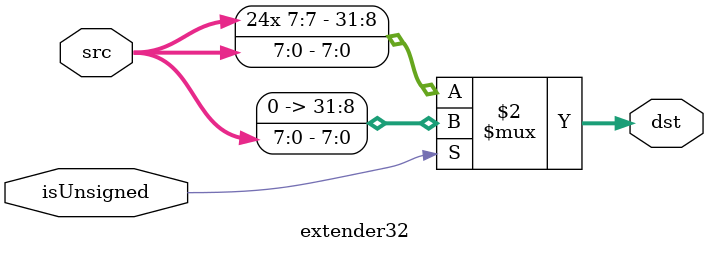
<source format=v>
`timescale 1ns/1ps

module extender32(isUnsigned, src, dst);
    parameter INPUT_WIDTH = 8;
    input isUnsigned;
    input [INPUT_WIDTH-1:0] src;
    output wire [31:0] dst;

    assign dst = (isUnsigned == 1)
    ? {{(32-INPUT_WIDTH){1'b0}}, src[INPUT_WIDTH-1:0]} :
    {{(32-INPUT_WIDTH){src[INPUT_WIDTH-1]}}, src[INPUT_WIDTH-1:0]};

endmodule
</source>
